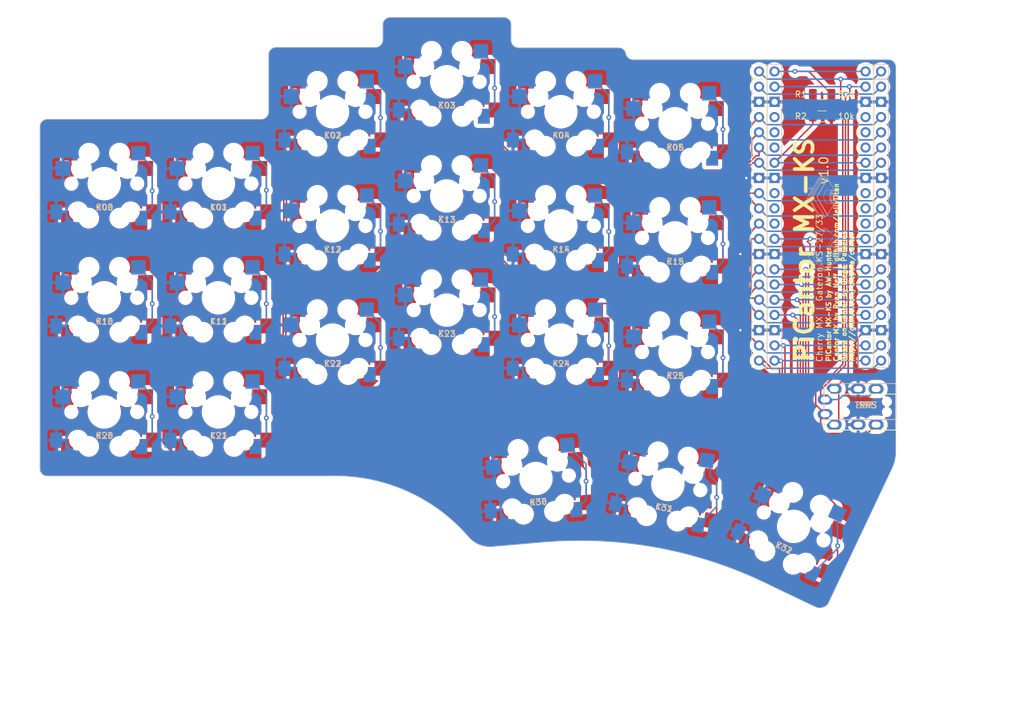
<source format=kicad_pcb>
(kicad_pcb (version 20240108) (generator "pcbnew") (generator_version "8.0")
  (title_block (title "PiCantor MX-KS") (date "2024-03-10") (rev "rev1.0") (comment 1 "Based on Cantor MX by Ryan Neff https://github.com/JellyTitan") (comment 2 "Cantor by Diego Palacios https://github.com/diepala/cantor") (comment 3 "Supports Cherry MX Switches, as well as Gateron KS-27/33") (comment 4 "PiCantor MX-KS by AW-Hunter"))
  (layers (0 "F.Cu" signal) (31 "B.Cu" signal) (34 "B.Paste" user) (35 "F.Paste" user) (36 "B.SilkS" user "B.Silkscreen") (37 "F.SilkS" user "F.Silkscreen") (38 "B.Mask" user) (39 "F.Mask" user) (44 "Edge.Cuts" user))
  (net 0 "")
  (net 1 "GND")
  (net 2 "/TX")
  (net 3 "/RX")
  (net 4 "/k00")
  (net 5 "/k01")
  (net 6 "/k02")
  (net 7 "/k03")
  (net 8 "/k04")
  (net 9 "/k05")
  (net 10 "/k10")
  (net 11 "/k11")
  (net 12 "/k12")
  (net 13 "/k13")
  (net 14 "/k14")
  (net 15 "/k15")
  (net 16 "/k20")
  (net 17 "/k21")
  (net 18 "/k22")
  (net 19 "/k23")
  (net 20 "/k24")
  (net 21 "/k25")
  (net 22 "/k30")
  (net 23 "/k31")
  (net 24 "/k32")
  (net 25 "VCC")
  (net 26 "VBUS_SENSE")
  (net 27 "VBUS")
  (footprint "Cantor_MX:CherryMX_Gateron KS" (layer "F.Cu") (at 164 98.1)
    (property "Reference" "K25" (hide yes))
    (property "Value" "KEYSW" (hide yes))
  )
  (footprint "Cantor_MX:CherryMX_Gateron KS" (layer "F.Cu") (at 144.95 96.1)
    (property "Reference" "K24" (hide yes))
    (property "Value" "KEYSW" (hide yes))
  )
  (footprint "Cantor_MX:CherryMX_Gateron KS" (layer "F.Cu") (at 87.8 108.1)
    (property "Reference" "K21" (hide yes))
    (property "Value" "KEYSW" (hide yes))
  )
  (footprint "Cantor_MX:CherryMX_Gateron KS" (layer "F.Cu") (at 106.85 58)
    (property "Reference" "K02" (hide yes))
    (property "Value" "KEYSW" (hide yes))
  )
  (footprint "Resistor_SMD:R_1206_3216Metric_Pad1.30x1.75mm_HandSolder" (layer "F.Cu") (at 188.55 55.05 180)
    (property "Reference" "R1")
    (property "Value" "5k6")
  )
  (footprint "Cantor_MX:CherryMX_Gateron KS" (layer "F.Cu") (at 68.75 89.05)
    (property "Reference" "K10" (hide yes))
    (property "Value" "KEYSW" (hide yes))
  )
  (footprint "Cantor_MX:CherryMX_Gateron KS" (layer "F.Cu") (at 144.95 58)
    (property "Reference" "K04" (hide yes))
    (property "Value" "KEYSW" (hide yes))
  )
  (footprint "Cantor_MX:CherryMX_Gateron KS" (layer "F.Cu") (at 106.85 77.05)
    (property "Reference" "K12" (hide yes))
    (property "Value" "KEYSW" (hide yes))
  )
  (footprint "Cantor_MX:CherryMX_Gateron KS" (layer "F.Cu") (at 140.8 119.2 5)
    (property "Reference" "K30" (hide yes))
    (property "Value" "KEYSW" (hide yes))
  )
  (footprint "Cantor_MX:CherryMX_Gateron KS" (layer "F.Cu") (at 87.8 70)
    (property "Reference" "K01" (hide yes))
    (property "Value" "KEYSW" (hide yes))
  )
  (footprint "Cantor_MX:CherryMX_Gateron KS" (layer "F.Cu") (at 144.95 77.05)
    (property "Reference" "K14" (hide yes))
    (property "Value" "KEYSW" (hide yes))
  )
  (footprint "Cantor_MX:CherryMX_Gateron KS" (layer "F.Cu") (at 125.9 91.1)
    (property "Reference" "K23" (hide yes))
    (property "Value" "KEYSW" (hide yes))
  )
  (footprint "Cantor_MX:CherryMX_Gateron KS" (layer "F.Cu") (at 125.9 53)
    (property "Reference" "K03" (hide yes))
    (property "Value" "KEYSW" (hide yes))
  )
  (footprint "Resistor_SMD:R_1206_3216Metric_Pad1.30x1.75mm_HandSolder" (layer "F.Cu") (at 188.55 58.7584)
    (property "Reference" "R2")
    (property "Value" "10k")
  )
  (footprint "Cantor_MX:CherryMX_Gateron KS" (layer "F.Cu") (at 106.85 96.1)
    (property "Reference" "K22" (hide yes))
    (property "Value" "KEYSW" (hide yes))
  )
  (footprint "Cantor_MX:MJ-4PP-9_Cantor_MX_TX-RX_Crossover" (layer "F.Cu") (at 200.86 108.12 -90)
    (property "Reference" "J1" (hide yes))
    (property "Value" "TRRS" (hide yes))
  )
  (footprint "Cantor_MX:CherryMX_Gateron KS" (layer "F.Cu") (at 164 79.05)
    (property "Reference" "K15" (hide yes))
    (property "Value" "KEYSW" (hide yes))
  )
  (footprint "Cantor_MX:CherryMX_Gateron KS" (layer "F.Cu") (at 183.8 127.2 -25)
    (property "Reference" "K32" (hide yes))
    (property "Value" "KEYSW" (hide yes))
  )
  (footprint "Cantor_MX:CherryMX_Gateron KS" (layer "F.Cu") (at 87.8 89.05)
    (property "Reference" "K11" (hide yes))
    (property "Value" "KEYSW" (hide yes))
  )
  (footprint "Cantor_MX:Cantor_DS_YAAJ_WeAct_BlackPill_2" (layer "F.Cu") (at 188.3 75.31)
    (property "Reference" "U1" (hide yes))
    (property "Value" "YAAJ_WeAct_BlackPill_Part_Like" (hide yes))
  )
  (footprint "Cantor_MX:CherryMX_Gateron KS" (layer "F.Cu") (at 164 60)
    (property "Reference" "K05" (hide yes))
    (property "Value" "KEYSW" (hide yes))
  )
  (footprint "Cantor_MX:CherryMX_Gateron KS" (layer "F.Cu") (at 68.75 108.1)
    (property "Reference" "K20" (hide yes))
    (property "Value" "KEYSW" (hide yes))
  )
  (footprint "Cantor_MX:CherryMX_Gateron KS" (layer "F.Cu") (at 125.9 72.05)
    (property "Reference" "K13" (hide yes))
    (property "Value" "KEYSW" (hide yes))
  )
  (footprint "Cantor_MX:CherryMX_Gateron KS" (layer "F.Cu") (at 68.75 70)
    (property "Reference" "K00" (hide yes))
    (property "Value" "KEYSW" (hide yes))
  )
  (footprint "Cantor_MX:CherryMX_Gateron KS" (layer "F.Cu") (at 162.8 120.2 -10)
    (property "Reference" "K31" (hide yes))
    (property "Value" "KEYSW" (hide yes))
  )
  (footprint "Cantor_MX:Cantor MX logo 3-switches ortho" (layer "B.Cu") (at 189.253002 76.596379 90)
    (property "Reference" "G***" (hide yes))
    (property "Value" "Cantor MX logo 3-switches ortho" (hide yes))
  )
  (gr_line (start 199.585968 52.540701) (end 197.242365 52.539084) (stroke (width 0.15)) (layer "B.SilkS"))
  (gr_line (start 176.837556 52.547263) (end 179.185606 52.547263) (stroke (width 0.15)) (layer "F.SilkS"))
  (gr_arc (start 115.222992 46.006896) (mid 114.863117 46.877496) (end 113.993561 47.239887) (stroke (width 0.1)) (layer "Edge.Cuts"))
  (gr_line (start 79.501552 118.8) (end 106.5 118.8) (stroke (width 0.1)) (layer "Edge.Cuts"))
  (gr_line (start 189.53 140.16) (end 200.148728 117.713239) (stroke (width 0.1)) (layer "Edge.Cuts"))
  (gr_arc (start 133.51 130.59) (mid 131.436923 130.294624) (end 129.69 129.14) (stroke (width 0.1)) (layer "Edge.Cuts"))
  (gr_arc (start 157.01 49.290001) (mid 156.221933 49.004319) (end 155.800001 48.28) (stroke (width 0.1)) (layer "Edge.Cuts"))
  (gr_line (start 79.491637 59.242178) (end 94.935626 59.242178) (stroke (width 0.1)) (layer "Edge.Cuts"))
  (gr_line (start 199.57 49.29) (end 157.01 49.29) (stroke (width 0.1)) (layer "Edge.Cuts"))
  (gr_line (start 115.226552 43.48) (end 115.226552 46.006896) (stroke (width 0.1)) (layer "Edge.Cuts"))
  (gr_line (start 116.463104 42.243448) (end 135.43 42.243448) (stroke (width 0.1)) (layer "Edge.Cuts"))
  (gr_line (start 137.903104 47.3) (end 154.59 47.3) (stroke (width 0.1)) (layer "Edge.Cuts"))
  (gr_arc (start 199.57 49.29) (mid 200.482631 49.638814) (end 200.86 50.54) (stroke (width 0.1)) (layer "Edge.Cuts"))
  (gr_line (start 97.42 47.243448) (end 114 47.243448) (stroke (width 0.1)) (layer "Edge.Cuts"))
  (gr_arc (start 200.86 114.89) (mid 200.666067 116.342358) (end 200.148728 117.713239) (stroke (width 0.1)) (layer "Edge.Cuts"))
  (gr_arc (start 96.170001 48.5) (mid 96.529747 47.607815) (end 97.419999 47.243312) (stroke (width 0.1)) (layer "Edge.Cuts"))
  (gr_line (start 136.666552 43.48) (end 136.666552 46.07) (stroke (width 0.1)) (layer "Edge.Cuts"))
  (gr_line (start 141.84 129.87) (end 133.51 130.59) (stroke (width 0.1)) (layer "Edge.Cuts"))
  (gr_line (start 179.81 137.01) (end 187.513868 140.691488) (stroke (width 0.1)) (layer "Edge.Cuts"))
  (gr_arc (start 59.23 118.8) (mid 58.363332 118.447198) (end 58.003448 117.583448) (stroke (width 0.1)) (layer "Edge.Cuts"))
  (gr_arc (start 154.59 47.3) (mid 155.368546 47.575724) (end 155.8 48.28) (stroke (width 0.1)) (layer "Edge.Cuts"))
  (gr_arc (start 58.003448 60.48) (mid 58.365626 59.605626) (end 59.24 59.243448) (stroke (width 0.1)) (layer "Edge.Cuts"))
  (gr_arc (start 96.172178 58.005626) (mid 95.80998 58.87998) (end 94.935626 59.242178) (stroke (width 0.1)) (layer "Edge.Cuts"))
  (gr_line (start 59.24 59.243448) (end 79.5 59.243448) (stroke (width 0.1)) (layer "Edge.Cuts"))
  (gr_arc (start 137.903104 47.3) (mid 137.029127 46.942063) (end 136.666552 46.07) (stroke (width 0.1)) (layer "Edge.Cuts"))
  (gr_arc (start 115.226552 43.48) (mid 115.58873 42.605626) (end 116.463104 42.243448) (stroke (width 0.1)) (layer "Edge.Cuts"))
  (gr_line (start 96.172178 48.5) (end 96.172178 58) (stroke (width 0.1)) (layer "Edge.Cuts"))
  (gr_arc (start 106.5 118.8) (mid 119.270078 121.334598) (end 129.69 129.14) (stroke (width 0.1)) (layer "Edge.Cuts"))
  (gr_arc (start 135.43 42.243448) (mid 136.304374 42.605626) (end 136.666552 43.48) (stroke (width 0.1)) (layer "Edge.Cuts"))
  (gr_line (start 79.5 118.8) (end 59.23 118.8) (stroke (width 0.1)) (layer "Edge.Cuts"))
  (gr_line (start 200.86 114.89) (end 200.86 50.54) (stroke (width 0.1)) (layer "Edge.Cuts"))
  (gr_arc (start 189.53 140.16) (mid 188.605921 140.739577) (end 187.513868 140.691488) (stroke (width 0.1)) (layer "Edge.Cuts"))
  (gr_line (start 58.003448 117.583448) (end 58.003448 60.48) (stroke (width 0.1)) (layer "Edge.Cuts"))
  (gr_arc (start 141.84 129.87) (mid 161.316748 130.824921) (end 179.81 137.01) (stroke (width 0.1)) (layer "Edge.Cuts"))
  (gr_text "TRRS" (at 197.9 107.55 0) (layer "B.SilkS") (effects (font (size 1 1)) (justify left bottom mirror)))
  (gr_text "PiCantor MX-KS by AW-Hunter\nCantor MX by Ryan Neff | github.com/JellyTitan\nBased on Cantor by Diego Palacios \nhttps://github.com/diepala/cantor" (at 189.17 99.78 90) (layer "F.SilkS") (effects (font (size 0.8 0.8) (thickness 0.1875)) (justify left top)))
  (gr_text "PiCantor MX-KS\n" (at 185.6 100.1 90) (layer "F.SilkS") (effects (font (size 3 3) (thickness 0.6) (bold yes)) (justify left)))
  (gr_text "v1.0" (at 189.7 70.25 90) (layer "F.SilkS") (effects (font (size 1.5 1.5) (thickness 0.1875)) (justify left bottom)))
  (gr_text "TRRS" (at 193.9 107.55 -0) (layer "F.SilkS") (effects (font (size 1 1)) (justify left bottom)))
  (gr_text "Cherry MX | Gateron KS-27/33" (at 187.52 99.82 90) (layer "F.SilkS") (effects (font (size 1 1) (thickness 0.125)) (justify left top)))
  (segment (start 175.9 69.05) (end 178.02 69.05) (width 0.25) (layer "F.Cu") (net 1))
  (segment (start 194.56 104.27) (end 194.56 110.22) (width 0.25) (layer "F.Cu") (net 1))
  (segment (start 194.56 95.69) (end 194.56 104.27) (width 0.25) (layer "F.Cu") (net 1))
  (segment (start 195.8 94.45) (end 194.56 95.69) (width 0.25) (layer "F.Cu") (net 1))
  (via (at 174.9 81.75) (size 0.8) (drill 0.4) (layers "F.Cu" "B.Cu") (net 1))
  (via (at 175.9 69.05) (size 0.8) (drill 0.4) (layers "F.Cu" "B.Cu") (net 1))
  (via (at 174.9 94.45) (size 0.8) (drill 0.4) (layers "F.Cu" "B.Cu") (net 1))
  (segment (start 198.39 81.75023) (end 195.80023 81.75023) (width 0.25) (layer "B.Cu") (net 1))
  (segment (start 195.95 69.05) (end 195.95023 69.05023) (width 0.25) (layer "B.Cu") (net 1))
  (segment (start 180.60977 94.45) (end 180.61 94.45023) (width 0.25) (layer "B.Cu") (net 1))
  (segment (start 180.60977 81.75) (end 180.61 81.75023) (width 0.25) (layer "B.Cu") (net 1))
  (segment (start 195.79977 69.05023) (end 195.8 69.05) (width 0.25) (layer "B.Cu") (net 1))
  (segment (start 195.79977 56.35023) (end 195.8 56.35) (width 0.25) (layer "B.Cu") (net 1))
  (segment (start 178.02 56.35) (end 180.60977 56.35) (width 0.25) (layer "B.Cu") (net 1))
  (segment (start 195.80023 81.75023) (end 195.8 81.75) (width 0.25) (layer "B.Cu") (net 1))
  (segment (start 178.02 81.75) (end 174.9 81.75) (width 0.25) (layer "B.Cu") (net 1))
  (segment (start 180.61 69.05023) (end 195.79977 69.05023) (width 0.25) (layer "B.Cu") (net 1))
  (segment (start 198.38977 94.45) (end 198.39 94.45023) (width 0.25) (layer "B.Cu") (net 1))
  (segment (start 195.79977 94.45023) (end 195.8 94.45) (width 0.25) (layer "B.Cu") (net 1))
  (segment (start 198.38977 56.35) (end 198.39 56.35023) (width 0.25) (layer "B.Cu") (net 1))
  (segment (start 195.79977 81.75023) (end 195.8 81.75) (width 0.25) (layer "B.Cu") (net 1))
  (segment (start 174.9 94.45) (end 175.6 94.45) (width 0.25) (layer "B.Cu") (net 1))
  (segment (start 195.95023 69.05023) (end 198.39 69.05023) (width 0.25) (layer "B.Cu") (net 1))
  (segment (start 180.60977 69.05) (end 180.61 69.05023) (width 0.25) (layer "B.Cu") (net 1))
  (segment (start 180.61 94.45023) (end 195.79977 94.45023) (width 0.25) (layer "B.Cu") (net 1))
  (segment (start 178.02 69.05) (end 180.60977 69.05) (width 0.25) (layer "B.Cu") (net 1))
  (segment (start 195.8 94.45) (end 198.38977 94.45) (width 0.25) (layer "B.Cu") (net 1))
  (segment (start 180.60977 56.35) (end 180.61 56.35023) (width 0.25) (layer "B.Cu") (net 1))
  (segment (start 180.61 56.35023) (end 195.79977 56.35023) (width 0.25) (layer "B.Cu") (net 1))
  (segment (start 195.8 69.05) (end 195.95 69.05) (width 0.25) (layer "B.Cu") (net 1))
  (segment (start 178.02 81.75) (end 180.60977 81.75) (width 0.25) (layer "B.Cu") (net 1))
  (segment (start 178.02 94.45) (end 180.60977 94.45) (width 0.25) (layer "B.Cu") (net 1))
  (segment (start 180.61 81.75023) (end 195.79977 81.75023) (width 0.25) (layer "B.Cu") (net 1))
  (segment (start 195.8 56.35) (end 198.38977 56.35) (width 0.25) (layer "B.Cu") (net 1))
  (segment (start 174.9 94.45) (end 178.02 94.45) (width 0.25) (layer "B.Cu") (net 1))
  (segment (start 188.296865 109.233135) (end 188.296865 111.646865) (width 0.25) (layer "F.Cu") (net 2))
  (segment (start 187.485 104.628604) (end 187.485 106.895) (width 0.25) (layer "F.Cu") (net 2))
  (segment (start 191.65 58) (end 192 58.35) (width 0.25) (layer "F.Cu") (net 2))
  (segment (start 196.08 111.7) (end 197.56 110.22) (width 0.25) (layer "F.Cu") (net 2))
  (segment (start 191.863604 100.25) (end 187.485 104.628604) (width 0.25) (layer "F.Cu") (net 2))
  (segment (start 187.485 106.895) (end 189.06 108.47) (width 0.25) (layer "F.Cu") (net 2))
  (segment (start 189.06 108.47) (end 188.296865 109.233135) (width 0.25) (layer "F.Cu") (net 2))
  (segment (start 192 100.113604) (end 191.863604 100.25) (width 0.25) (layer "F.Cu") (net 2))
  (segment (start 188.35 111.7) (end 196.08 111.7) (width 0.25) (layer "F.Cu") (net 2))
  (segment (start 191.65 52.55) (end 191.65 58) (width 0.25) (layer "F.Cu") (net 2))
  (segment (start 188.296865 111.646865) (end 188.35 111.7) (width 0.25) (layer "F.Cu") (net 2))
  (segment (start 192 58.35) (end 192 100.113604) (width 0.25) (layer "F.Cu") (net 2))
  (via (at 191.65 52.55) (size 0.8) (drill 0.4) (layers "F.Cu" "B.Cu") (net 2))
  (segment (start 191.65 52.55) (end 197.11023 52.55) (width 0.25) (layer "B.Cu") (net 2))
  (segment (start 178.02 51.27) (end 179.3 52.55) (width 0.25) (layer "B.Cu") (net 2))
  (segment (start 197.11023 52.55) (end 198.39 51.27023) (width 0.25) (layer "B.Cu") (net 2))
  (segment (start 179.3 52.55) (end 191.65 52.55) (width 0.25) (layer "B.Cu") (net 2))
  (segment (start 188.296865 105.256865) (end 189.06 106.02) (width 0.25) (layer "F.Cu") (net 3))
  (segment (start 188.296865 104.453135) (end 188.296865 105.256865) (width 0.25) (layer "F.Cu") (net 3))
  (segment (start 192.45 55.05) (end 192.45 100.3) (width 0.25) (layer "F.Cu") (net 3))
  (segment (start 192.45 100.3) (end 188.296865 104.453135) (width 0.25) (layer "F.Cu") (net 3))
  (via (at 192.45 55.05) (size 0.8) (drill 0.4) (layers "F.Cu" "B.Cu") (net 3))
  (segment (start 192.45 55.05) (end 179.26 55.05) (width 0.25) (layer "B.Cu") (net 3))
  (segment (start 189.06 106.02) (end 191.331142 106.02) (width 0.25) (layer "B.Cu") (net 3))
  (segment (start 191.956142 105.395) (end 192.763858 105.395) (width 0.25) (layer "B.Cu") (net 3))
  (segment (start 192.763858 105.395) (end 192.813858 105.445) (width 0.25) (layer "B.Cu") (net 3))
  (segment (start 192.813858 105.445) (end 196.385 105.445) (width 0.25) (layer "B.Cu") (net 3))
  (segment (start 192.45 55.05) (end 197.15023 55.05) (width 0.25) (layer "B.Cu") (net 3))
  (segment (start 179.26 55.05) (end 178.02 53.81) (width 0.25) (layer "B.Cu") (net 3))
  (segment (start 197.15023 55.05) (end 198.39 53.81023) (width 0.25) (layer "B.Cu") (net 3))
  (segment (start 191.331142 106.02) (end 191.956142 105.395) (width 0.25) (layer "B.Cu") (net 3))
  (segment (start 196.385 105.445) (end 197.56 104.27) (width 0.25) (layer "B.Cu") (net 3))
  (segment (start 137.690812 67.95) (end 131.790812 62.05) (width 0.25) (layer "F.Cu") (net 4))
  (segment (start 178.02 74.13) (end 173.44 69.55) (width 0.25) (layer "F.Cu") (net 4))
  (segment (start 99.15 67.909999) (end 99.15 79.15) (width 0.25) (layer "F.Cu") (net 4))
  (segment (start 120.086396 62.05) (end 114.226397 67.909999) (width 0.25) (layer "F.Cu") (net 4))
  (segment (start 76.75 71.2) (end 76.75 68.559999) (width 0.25) (layer "F.Cu") (net 4))
  (segment (start 173.44 69.55) (end 152.204416 69.55) (width 0.25) (layer "F.Cu") (net 4))
  (segment (start 76.75 74.7) (end 76.75 71.2) (width 0.25) (layer "F.Cu") (net 4))
  (segment (start 76.75 79.149403) (end 76.75 74.7) (width 0.25) (layer "F.Cu") (net 4))
  (segment (start 76.749403 79.15) (end 76.75 79.149403) (width 0.25) (layer "F.Cu") (net 4))
  (segment (start 99.15 79.15) (end 76.749403 79.15) (width 0.25) (layer "F.Cu") (net 4))
  (segment (start 150.604416 67.95) (end 137.690812 67.95) (width 0.25) (layer "F.Cu") (net 4))
  (segment (start 76.75 68.559999) (end 75.65 67.459999) (width 0.25) (layer "F.Cu") (net 4))
  (segment (start 152.204416 69.55) (end 150.604416 67.95) (width 0.25) (layer "F.Cu") (net 4))
  (segment (start 114.226397 67.909999) (end 99.15 67.909999) (width 0.25) (layer "F.Cu") (net 4))
  (segment (start 131.790812 62.05) (end 120.086396 62.05) (width 0.25) (layer "F.Cu") (net 4))
  (via (at 76.75 71.2) (size 0.8) (drill 0.4) (layers "F.Cu" "B.Cu") (net 4))
  (segment (start 179.29 75.4) (end 197.12023 75.4) (width 0.25) (layer "B.Cu") (net 4))
  (segment (start 76.75 73.95) (end 74.95 75.75) (width 0.25) (layer "B.Cu") (net 4))
  (segment (start 76.75 67.22) (end 74.45 64.92) (width 0.25) (layer "B.Cu") (net 4))
  (segment (start 76.75 71.2) (end 76.75 67.22) (width 0.25) (layer "B.Cu") (net 4))
  (segment (start 178.02 74.13) (end 179.29 75.4) (width 0.25) (layer "B.Cu") (net 4))
  (segment (start 76.75 71.2) (end 76.75 73.95) (width 0.25) (layer "B.Cu") (net 4))
  (segment (start 198.39 74.13023) (end 197.12023 75.4) (width 0.25) (layer "B.Cu") (net 4))
  (segment (start 98.7 67.45) (end 98.7 78.7) (width 0.25) (layer "F.Cu") (net 5))
  (segment (start 95.8 71.1) (end 95.8 68.559999) (width 0.25) (layer "F.Cu") (net 5))
  (segment (start 176.14 71.59) (end 173.65 69.1) (width 0.25) (layer "F.Cu") (net 5))
  (segment (start 114.040001 67.459999) (end 98.709999 67.459999) (width 0.25) (layer "F.Cu") (net 5))
  (segment (start 95.8 68.559999) (end 94.7 67.459999) (width 0.25) (layer "F.Cu") (net 5))
  (segment (start 173.65 69.1) (end 152.390812 69.1) (width 0.25) (layer "F.Cu") (net 5))
  (segment (start 119.9 61.6) (end 114.040001 67.459999) (width 0.25) (layer "F.Cu") (net 5))
  (segment (start 178.02 71.59) (end 176.14 71.59) (width 0.25) (layer "F.Cu") (net 5))
  (segment (start 137.877208 67.5) (end 131.977208 61.6) (width 0.25) (layer "F.Cu") (net 5))
  (segment (start 95.8 74.7) (end 95.8 71.1) (width 0.25) (layer "F.Cu") (net 5))
  (segment (start 98.7 78.7) (end 95.8 78.7) (width 0.25) (layer "F.Cu") (net 5))
  (segment (start 98.709999 67.459999) (end 98.7 67.45) (width 0.25) (layer "F.Cu") (net 5))
  (segment (start 152.390812 69.1) (end 150.790812 67.5) (width 0.25) (layer "F.Cu") (net 5))
  (segment (start 150.790812 67.5) (end 137.877208 67.5) (width 0.25) (layer "F.Cu") (net 5))
  (segment (start 131.977208 61.6) (end 119.9 61.6) (width 0.25) (layer "F.Cu") (net 5))
  (segment (start 95.8 78.7) (end 95.8 74.7) (width 0.25) (layer "F.Cu") (net 5))
  (via (at 95.8 71.1) (size 0.8) (drill 0.4) (layers "F.Cu" "B.Cu") (net 5))
  (segment (start 178.02 71.59) (end 179.28 72.85) (width 0.25) (layer "B.Cu") (net 5))
  (segment (start 95.8 67.22) (end 93.5 64.92) (width 0.25) (layer "B.Cu") (net 5))
  (segment (start 95.8 71.1) (end 95.8 73.95) (width 0.25) (layer "B.Cu") (net 5))
  (segment (start 95.8 73.95) (end 94 75.75) (width 0.25) (layer "B.Cu") (net 5))
  (segment (start 95.8 71.1) (end 95.8 67.22) (width 0.25) (layer "B.Cu") (net 5))
  (segment (start 179.28 72.85) (end 197.13023 72.85) (width 0.25) (layer "B.Cu") (net 5))
  (segment (start 197.13023 72.85) (end 198.39 71.59023) (width 0.25) (layer "B.Cu") (net 5))
  (segment (start 114.85 59) (end 114.85 56.559999) (width 0.25) (layer "F.Cu") (net 6))
  (segment (start 119.713604 61.15) (end 118.163604 62.7) (width 0.25) (layer "F.Cu") (net 6))
  (segment (start 176.994695 66.51) (end 174.854695 68.65) (width 0.25) (layer "F.Cu") (net 6))
  (segment (start 114.85 56.559999) (end 113.75 55.459999) (width 0.25) (layer "F.Cu") (net 6))
  (segment (start 152.577208 68.65) (end 150.977208 67.05) (width 0.25) (layer "F.Cu") (net 6))
  (segment (start 132.163604 61.15) (end 119.713604 61.15) (width 0.25) (layer "F.Cu") (net 6))
  (segment (start 174.854695 68.65) (end 152.577208 68.65) (width 0.25) (layer "F.Cu") (net 6))
  (segment (start 118.163604 62.7) (end 114.85 62.7) (width 0.25) (layer "F.Cu") (net 6))
  (segment (start 114.85 62.7) (end 114.85 59) (width 0.25) (layer "F.Cu") (net 6))
  (segment (start 150.977208 67.05) (end 138.063604 67.05) (width 0.25) (layer "F.Cu") (net 6))
  (segment (start 178.02 66.51) (end 176.994695 66.51) (width 0.25) (layer "F.Cu") (net 6))
  (segment (start 138.063604 67.05) (end 132.163604 61.15) (width 0.25) (layer "F.Cu") (net 6))
  (via (at 114.85 59) (size 0.8) (drill 0.4) (layers "F.Cu" "B.Cu") (net 6))
  (segment (start 179.26 67.75) (end 197.15023 67.75) (width 0.25) (layer "B.Cu") (net 6))
  (segment (start 178.02 66.51) (end 179.26 67.75) (width 0.25) (layer "B.Cu") (net 6))
  (segment (start 114.85 59) (end 114.85 55.22) (width 0.25) (layer "B.Cu") (net 6))
  (segment (start 114.85 61.95) (end 113.05 63.75) (width 0.25) (layer "B.Cu") (net 6))
  (segment (start 197.15023 67.75) (end 198.39 66.51023) (width 0.25) (layer "B.Cu") (net 6))
  (segment (start 114.85 59) (end 114.85 61.95) (width 0.25) (layer "B.Cu") (net 6))
  (segment (start 114.85 55.22) (end 112.55 52.92) (width 0.25) (layer "B.Cu") (net 6))
  (segment (start 152.763604 68.2) (end 151.163604 66.6) (width 0.25) (layer "F.Cu") (net 7))
  (segment (start 133.9 57.7) (end 133.9 54.05) (width 0.25) (layer "F.Cu") (net 7))
  (segment (start 138.25 66.6) (end 133.9 62.25) (width 0.25) (layer "F.Cu") (net 7))
  (segment (start 133.9 51.559999) (end 132.8 50.459999) (width 0.25) (layer "F.Cu") (net 7))
  (segment (start 174.668299 68.2) (end 152.763604 68.2) (width 0.25) (layer "F.Cu") (net 7))
  (segment (start 133.9 62.25) (end 133.9 57.7) (width 0.25) (layer "F.Cu") (net 7))
  (segment (start 151.163604 66.6) (end 138.25 66.6) (width 0.25) (layer "F.Cu") (net 7))
  (segment (start 133.9 54.05) (end 133.9 51.559999) (width 0.25) (layer "F.Cu") (net 7))
  (segment (start 178.02 63.97) (end 178.02 65.335) (width 0.25) (layer "F.Cu") (net 7))
  (segment (start 178.02 65.335) (end 177.533299 65.335) (width 0.25) (layer "F.Cu") (net 7))
  (segment (start 177.533299 65.335) (end 174.668299 68.2) (width 0.25) (layer "F.Cu") (net 7))
  (via (at 133.9 54.05) (size 0.8) (drill 0.4) (layers "F.Cu" "B.Cu") (net 7))
  (segment (start 133.9 50.22) (end 131.6 47.92) (width 0.25) (layer "B.Cu") (net 7))
  (segment (start 179.3 65.25) (end 197.11023 65.25) (width 0.25) (layer "B.Cu") (net 7))
  (segment (start 178.02 63.97) (end 179.3 65.25) (width 0.25) (layer "B.Cu") (net 7))
  (segment (start 133.9 54.05) (end 133.9 56.95) (width 0.25) (layer "B.Cu") (net 7))
  (segment (start 133.9 56.95) (end 132.1 58.75) (width 0.25) (layer "B.Cu") (net 7))
  (segment (start 197.11023 65.25) (end 198.39 63.97023) (width 0.25) (layer "B.Cu") (net 7))
  (segment (start 133.9 54.05) (end 133.9 50.22) (width 0.25) (layer "B.Cu") (net 7))
  (segment (start 176.8 65.431903) (end 174.481903 67.75) (width 0.25) (layer "F.Cu") (net 8))
  (segment (start 152.95 58.95) (end 152.95 62.7) (width 0.25) (layer "F.Cu") (net 8))
  (segment (start 152.95 58.95) (end 152.95 56.559999) (width 0.25) (layer "F.Cu") (net 8))
  (segment (start 152.95 67.75) (end 152.95 62.7) (width 0.25) (layer "F.Cu") (net 8))
  (segment (start 174.481903 67.75) (end 152.95 67.75) (width 0.25) (layer "F.Cu") (net 8))
  (segment (start 178.02 61.43) (end 176.8 62.65) (width 0.25) (layer "F.Cu") (net 8))
  (segment (start 176.8 62.65) (end 176.8 65.431903) (width 0.25) (layer "F.Cu") (net 8))
  (segment (start 152.95 56.559999) (end 151.85 55.459999) (width 0.25) (layer "F.Cu") (net 8))
  (via (at 152.95 58.95) (size 0.8) (drill 0.4) (layers "F.Cu" "B.Cu") (net 8))
  (segment (start 152.95 58.95) (end 152.95 61.95) (width 0.25) (layer "B.Cu") (net 8))
  (segment (start 179.29 62.7) (end 197.12023 62.7) (width 0.25) (layer "B.Cu") (net 8))
  (segment (start 178.02 61.43) (end 179.29 62.7) (width 0.25) (layer "B.Cu") (net 8))
  (segment (start 152.95 61.95) (end 151.15 63.75) (width 0.25) (layer "B.Cu") (net 8))
  (segment (start 152.95 58.95) (end 152.95 55.22) (width 0.25) (layer "B.Cu") (net 8))
  (segment (start 197.12023 62.7) (end 198.39 61.43023) (width 0.25) (layer "B.Cu") (net 8))
  (segment (start 152.95 55.22) (end 150.65 52.92) (width 0.25) (layer "B.Cu") (net 8))
  (segment (start 172 60.95) (end 172 58.559999) (width 0.25) (layer "F.Cu") (net 9))
  (segment (start 172 64.7) (end 172 67.3) (width 0.25) (layer "F.Cu") (net 9))
  (segment (start 172 67.3) (end 174.295507 67.3) (width 0.25) (layer "F.Cu") (net 9))
  (segment (start 172 64.7) (end 172 60.95) (width 0.25) (layer "F.Cu") (net 9))
  (segment (start 172 64.7) (end 172.7 64) (width 0.25) (layer "F.Cu") (net 9))
  (segment (start 176.35 65.245507) (end 176.35 60.56) (width 0.25) (layer "F.Cu") (net 9))
  (segment (start 174.295507 67.3) (end 176.35 65.245507) (width 0.25) (layer "F.Cu") (net 9))
  (segment (start 172 58.559999) (end 170.9 57.459999) (width 0.25) (layer "F.Cu") (net 9))
  (segment (start 176.35 60.56) (end 178.02 58.89) (width 0.25) (layer "F.Cu") (net 9))
  (via (at 172 60.95) (size 0.8) (drill 0.4) (layers "F.Cu" "B.Cu") (net 9))
  (segment (start 178.02 58.89) (end 179.28 60.15) (width 0.25) (layer "B.Cu") (net 9))
  (segment (start 172 63.95) (end 170.2 65.75) (width 0.25) (layer "B.Cu") (net 9))
  (segment (start 172 60.95) (end 172 57.22) (width 0.25) (layer "B.Cu") (net 9))
  (segment (start 172 60.95) (end 172 63.95) (width 0.25) (layer "B.Cu") (net 9))
  (segment (start 179.28 60.15) (end 197.13023 60.15) (width 0.25) (layer "B.Cu") (net 9))
  (segment (start 172 57.22) (end 169.7 54.92) (width 0.25) (layer "B.Cu") (net 9))
  (segment (start 197.13023 60.15) (end 198.39 58.89023) (width 0.25) (layer "B.Cu") (net 9))
  (segment (start 99.05 86.959999) (end 99.05 98.2) (width 0.25) (layer "F.Cu") (net 10))
  (segment (start 178.02 91.91) (end 175.66 89.55) (width 0.25) (layer "F.Cu") (net 10))
  (segment (start 137.640812 87) (end 133.290812 82.65) (width 0.25) (layer "F.Cu") (net 10))
  (segment (start 133.290812 82.65) (end 117.986396 82.65) (width 0.25) (layer "F.Cu") (net 10))
  (segment (start 76.75 87.609999) (end 75.65 86.509999) (width 0.25) (layer "F.Cu") (net 10))
  (segment (start 113.676397 86.959999) (end 99.05 86.959999) (width 0.25) (layer "F.Cu") (net 10))
  (segment (start 150.354416 87) (end 137.640812 87) (width 0.25) (layer "F.Cu") (net 10))
  (segment (start 99.05 98.2) (end 77.65 98.2) (width 0.25) (layer "F.Cu") (net 10))
  (segment (start 77.65 98.2) (end 76.75 97.3) (width 0.25) (layer "F.Cu") (net 10))
  (segment (start 117.986396 82.65) (end 113.676397 86.959999) (width 0.25) (layer "F.Cu") (net 10))
  (segment (start 152.904416 89.55) (end 150.354416 87) (width 0.25) (layer "F.Cu") (net 10))
  (segment (start 76.75 90.05) (end 76.75 87.609999) (width 0.25) (layer "F.Cu") (net 10))
  (segment (start 175.66 89.55) (end 152.904416 89.55) (width 0.25) (layer "F.Cu") (net 10))
  (segment (start 76.75 93.75) (end 76.75 90.05) (width 0.25) (layer "F.Cu") (net 10))
  (segment (start 76.75 97.3) (end 76.75 93.75) (width 0.25) (layer "F.Cu") (net 10))
  (via (at 76.75 90.05) (size 0.8) (drill 0.4) (layers "F.Cu" "B.Cu") (net 10))
  (segment (start 178.02 91.91) (end 179.31 93.2) (width 0.25) (layer "B.Cu") (net 10))
  (segment (start 197.10023 93.2) (end 198.39 91.91023) (width 0.25) (layer "B.Cu") (net 10))
  (segment (start 76.75 93) (end 74.95 94.8) (width 0.25) (layer "B.Cu") (net 10))
  (segment (start 76.75 90.05) (end 76.75 86.27) (width 0.25) (layer "B.Cu") (net 10))
  (segment (start 76.75 86.27) (end 74.45 83.97) (width 0.25) (layer "B.Cu") (net 10))
  (segment (start 179.31 93.2) (end 197.10023 93.2) (width 0.25) (layer "B.Cu") (net 10))
  (segment (start 76.75 90.05) (end 76.75 93) (width 0.25) (layer "B.Cu") (net 10))
  (segment (start 95.8 87.609999) (end 94.7 86.509999) (width 0.25) (layer "F.Cu") (net 11))
  (segment (start 98.6 97.75) (end 95.8 97.75) (width 0.25) (layer "F.Cu") (net 11))
  (segment (start 98.6 86.509999) (end 98.6 97.75) (width 0.25) (layer "F.Cu") (net 11))
  (segment (start 95.8 97.75) (end 95.8 93.75) (width 0.25) (layer "F.Cu") (net 11))
  (segment (start 178.02 89.37) (end 177.75 89.1) (width 0.25) (layer "F.Cu") (net 11))
  (segment (start 113.490001 86.509999) (end 98.6 86.509999) (width 0.25) (layer "F.Cu") (net 11))
  (segment (start 95.8 90.05) (end 95.8 87.609999) (width 0.25) (layer "F.Cu") (net 11))
  (segment (start 153.090812 89.1) (end 150.540812 86.55) (width 0.25) (layer "F.Cu") (net 11))
  (segment (start 150.540812 86.55) (end 137.827208 86.55) (width 0.25) (layer "F.Cu") (net 11))
  (segment (start 133.477208 82.2) (end 117.8 82.2) (width 0.25) (layer "F.Cu") (net 11))
  (segment (start 95.8 93.75) (end 95.8 90.05) (width 0.25) (layer "F.Cu") (net 11))
  (segment (start 117.8 82.2) (end 113.490001 86.509999) (width 0.25) (layer "F.Cu") (net 11))
  (segment (start 137.827208 86.55) (end 133.477208 82.2) (width 0.25) (layer "F.Cu") (net 11))
  (segment (start 177.75 89.1) (end 153.090812 89.1) (width 0.25) (layer "F.Cu") (net 11))
  (via (at 95.8 90.05) (size 0.8) (drill 0.4) (layers "F.Cu" "B.Cu") (net 11))
  (segment (start 95.8 86.27) (end 93.5 83.97) (width 0.25) (layer "B.Cu") (net 11))
  (segment (start 197.11023 90.65) (end 198.39 89.37023) (width 0.25) (layer "B.Cu") (net 11))
  (segment (start 95.8 90.05) (end 95.8 86.27) (width 0.25) (layer "B.Cu") (net 11))
  (segment (start 95.8 93) (end 94 94.8) (width 0.25) (layer "B.Cu") (net 11))
  (segment (start 179.3 90.65) (end 197.11023 90.65) (width 0.25) (layer "B.Cu") (net 11))
  (segment (start 178.02 89.37) (end 179.3 90.65) (width 0.25) (layer "B.Cu") (net 11))
  (segment (start 95.8 90.05) (end 95.8 93) (width 0.25) (layer "B.Cu") (net 11))
  (segment (start 153.277208 88.65) (end 176.2 88.65) (width 0.25) (layer "F.Cu") (net 12))
  (segment (start 133.663604 81.75) (end 138.013604 86.1) (width 0.25) (layer "F.Cu") (net 12))
  (segment (start 114.85 81.75) (end 114.85 77.95) (width 0.25) (layer "F.Cu") (net 12))
  (segment (start 176.2 88.65) (end 178.02 86.83) (width 0.25) (layer "F.Cu") (net 12))
  (segment (start 114.85 77.95) (end 114.85 75.609999) (width 0.25) (layer "F.Cu") (net 12))
  (segment (start 150.727208 86.1) (end 153.277208 88.65) (width 0.25) (layer "F.Cu") (net 12))
  (segment (start 114.85 81.75) (end 133.663604 81.75) (width 0.25) (layer "F.Cu") (net 12))
  (segment (start 114.85 75.609999) (end 113.75 74.509999) (width 0.25) (layer "F.Cu") (net 12))
  (segment (start 138.013604 86.1) (end 150.727208 86.1) (width 0.25) (layer "F.Cu") (net 12))
  (via (at 114.85 77.95) (size 0.8) (drill 0.4) (layers "F.Cu" "B.Cu") (net 12))
  (segment (start 179.29 88.1) (end 197.12023 88.1) (width 0.25) (layer "B.Cu") (net 12))
  (segment (start 178.02 86.83) (end 179.29 88.1) (width 0.25) (layer "B.Cu") (net 12))
  (segment (start 114.85 74.27) (end 112.55 71.97) (width 0.25) (layer "B.Cu") (net 12))
  (segment (start 114.85 77.95) (end 114.85 81) (width 0.25) (layer "B.Cu") (net 12))
  (segment (start 114.85 77.95) (end 114.85 74.27) (width 0.25) (layer "B.Cu") (net 12))
  (segment (start 114.85 81) (end 113.05 82.8) (width 0.25) (layer "B.Cu") (net 12))
  (segment (start 197.12023 88.1) (end 198.39 86.83023) (width 0.25) (layer "B.Cu") (net 12))
  (segment (start 176.713604 85.596396) (end 176.713604 87.5) (width 0.25) (layer "F.Cu") (net 13))
  (segment (start 150.913604 85.65) (end 138.2 85.65) (width 0.25) (layer "F.Cu") (net 13))
  (segment (start 176.013604 88.2) (end 153.463604 88.2) (width 0.25) (layer "F.Cu") (net 13))
  (segment (start 133.9 73) (end 133.9 70.609999) (width 0.25) (layer "F.Cu") (net 13))
  (segment (start 133.9 76.75) (end 133.9 73) (width 0.25) (layer "F.Cu") (net 13))
  (segment (start 133.9 70.609999) (end 132.8 69.509999) (width 0.25) (layer "F.Cu") (net 13))
  (segment (start 153.463604 88.2) (end 150.913604 85.65) (width 0.25) (layer "F.Cu") (net 13))
  (segment (start 138.2 85.65) (end 133.9 81.35) (width 0.25) (layer "F.Cu") (net 13))
  (segment (start 133.9 81.35) (end 133.9 76.75) (width 0.25) (layer "F.Cu") (net 13))
  (segment (start 178.02 84.29) (end 176.713604 85.596396) (width 0.25) (layer "F.Cu") (net 13))
  (segment (start 176.713604 87.5) (end 176.013604 88.2) (width 0.25) (layer "F.Cu") (net 13))
  (via (at 133.9 73) (size 0.8) (drill 0.4) (layers "F.Cu" "B.Cu") (net 13))
  (segment (start 133.9 73) (end 133.9 76) (width 0.25) (layer "B.Cu") (net 13))
  (segment (start 133.9 73) (end 133.9 69.27) (width 0.25) (layer "B.Cu") (net 13))
  (segment (start 133.9 76) (end 132.1 77.8) (width 0.25) (layer "B.Cu") (net 13))
  (segment (start 179.28 85.55) (end 197.13023 85.55) (width 0.25) (layer "B.Cu") (net 13))
  (segment (start 133.9 69.27) (end 131.6 66.97) (width 0.25) (layer "B.Cu") (net 13))
  (segment (start 197.13023 85.55) (end 198.39 84.29023) (width 0.25) (layer "B.Cu") (net 13))
  (segment (start 178.02 84.29) (end 179.28 85.55) (width 0.25) (layer "B.Cu") (net 13))
  (segment (start 152.95 78) (end 152.95 75.609999) (width 0.25) (layer "F.Cu") (net 14))
  (segment (start 152.95 87.05) (end 152.95 81.75) (width 0.25) (layer "F.Cu") (net 14))
  (segment (start 176.263604 87.313604) (end 175.827208 87.75) (width 0.25) (layer "F.Cu") (net 14))
  (segment (start 175.827208 87.75) (end 153.65 87.75) (width 0.25) (layer "F.Cu") (net 14))
  (segment (start 176.263604 85.41) (end 176.263604 87.313604) (width 0.25) (layer "F.Cu") (net 14))
  (segment (start 152.95 81.75) (end 152.95 78) (width 0.25) (layer "F.Cu") (net 14))
  (segment (start 152.95 75.609999) (end 151.85 74.509999) (width 0.25) (layer "F.Cu") (net 14))
  (segment (start 176.75 79.21) (end 176.75 84.923604) (width 0.25) (layer "F.Cu") (net 14))
  (segment (start 153.65 87.75) (end 152.95 87.05) (width 0.25) (layer "F.Cu") (net 14))
  (segment (start 178.02 79.21) (end 176.75 79.21) (width 0.25) (layer "F.Cu") (net 14))
  (segment (start 176.75 84.923604) (end 176.263604 85.41) (width 0.25) (layer "F.Cu") (net 14))
  (via (at 152.95 78) (size 0.8) (drill 0.4) (layers "F.Cu" "B.Cu") (net 14))
  (segment (start 178.02 79.21) (end 179.31 80.5) (width 0.25) (layer "B.Cu") (net 14))
  (segment (start 179.31 80.5) (end 197.10023 80.5) (width 0.25) (layer "B.Cu") (net 14))
  (segment (start 152.95 78) (end 152.95 74.27) (width 0.25) (layer "B.Cu") (net 14))
  (segment (start 152.95 78) (end 152.95 81) (width 0.25) (layer "B.Cu") (net 14))
  (segment (start 152.95 81) (end 151.15 82.8) (width 0.25) (layer "B.Cu") (net 14))
  (segment (start 152.95 74.27) (end 150.65 71.97) (width 0.25) (layer "B.Cu") (net 14))
  (segment (start 197.10023 80.5) (end 198.39 79.21023) (width 0.25) (layer "B.Cu") (net 14))
  (segment (start 172 77.609999) (end 170.9 76.509999) (width 0.25) (layer "F.Cu") (net 15))
  (segment (start 175.640812 87.3) (end 175.813604 87.127208) (width 0.25) (layer "F.Cu") (net 15))
  (segment (start 176.3 78.39) (end 178.02 76.67) (width 0.25) (layer "F.Cu") (net 15))
  (segment (start 172 83.75) (end 172 80.05) (width 0.25) (layer "F.Cu") (net 15))
  (segment (start 176.3 84.737208) (end 176.3 78.39) (width 0.25) (layer "F.Cu") (net 15))
  (segment (start 172 83.75) (end 172 87.3) (width 0.25) (layer "F.Cu") (net 15))
  (segment (start 172 87.3) (end 175.640812 87.3) (width 0.25) (layer "F.Cu") (net 15))
  (segment (start 175.813604 85.223604) (end 176.3 84.737208) (width 0.25) (layer "F.Cu") (net 15))
  (segment (start 171.060001 76.67) (end 170.9 76.509999) (width 0.25) (layer "F.Cu") (net 15))
  (segment (start 175.813604 87.127208) (end 175.813604 85.223604) (width 0.25) (layer "F.Cu") (net 15))
  (segment (start 172 80.05) (end 172 77.609999) (width 0.25) (layer "F.Cu") (net 15))
  (via (at 172 80.05) (size 0.8) (drill 0.4) (layers "F.Cu" "B.Cu") (net 15))
  (segment (start 178.02 76.67) (end 179.3 77.95) (width 0.25) (layer "B.Cu") (net 15))
  (segment (start 172 80.05) (end 172 83) (width 0.25) (layer "B.Cu") (net 15))
  (segment (start 172 83) (end 170.2 84.8) (width 0.25) (layer "B.Cu") (net 15))
  (segment (start 172 76.27) (end 169.7 73.97) (width 0.25) (layer "B.Cu") (net 15))
  (segment (start 197.11023 77.95) (end 198.39 76.67023) (width 0.25) (layer "B.Cu") (net 15))
  (segment (start 172 80.05) (end 172 76.27) (width 0.25) (layer "B.Cu") (net 15))
  (segment (start 179.3 77.95) (end 197.11023 77.95) (width 0.25) (layer "B.Cu") (net 15))
  (segment (start 76.75 112.8) (end 76.75 108.85) (width 0.25) (layer "F.Cu") (net 16))
  (segment (start 184.919812 89.919292) (end 184.919812 102.214223) (width 0.25) (layer "F.Cu") (net 16))
  (segment (start 99.4 117.05) (end 81 117.05) (width 0.25) (layer "F.Cu") (net 16))
  (segment (start 116.625 102.561396) (end 113.636396 105.55) (width 0.25) (layer "F.Cu") (net 16))
  (segment (start 184.919812 102.214223) (end 178.482039 108.651996) (width 0.25) (layer "F.Cu") (net 16))
  (segment (start 113.636396 105.55) (end 99.4 105.55) (width 0.25) (layer "F.Cu") (net 16))
  (segment (start 99.4 105.55) (end 99.4 117.05) (width 0.25) (layer "F.Cu") (net 16))
  (segment (start 137.292808 108.651996) (end 130.340812 101.7) (width 0.25) (layer "F.Cu") (net 16))
  (segment (start 130.340812 101.7) (end 116.625 101.7) (width 0.25) (layer "F.Cu") (net 16))
  (segment (start 184.37075 89.37023) (end 184.919812 89.919292) (width 0.25) (layer "F.Cu") (net 16))
  (segment (start 76.75 106.659999) (end 75.65 105.559999) (width 0.25) (layer "F.Cu") (net 16))
  (segment (start 116.625 101.7) (end 116.625 102.561396) (width 0.25) (layer "F.Cu") (net 16))
  (segment (start 76.75 108.85) (end 76.75 106.659999) (width 0.25) (layer "F.Cu") (net 16))
  (segment (start 81 117.05) (end 76.75 112.8) (width 0.25) (layer "F.Cu") (net 16))
  (segment (start 178.482039 108.651996) (end 137.292808 108.651996) (width 0.25) (layer "F.Cu") (net 16))
  (via (at 184.37075 89.37023) (size 0.8) (drill 0.4) (layers "F.Cu" "B.Cu") (net 16))
  (via (at 76.75 108.85) (size 0.8) (drill 0.4) (layers "F.Cu" "B.Cu") (net 16))
  (segment (start 184.37075 89.37023) (end 180.61 89.37023) (width 0.25) (layer "B.Cu") (net 16))
  (segment (start 76.75 108.85) (end 76.75 112.05) (width 0.25) (layer "B.Cu") (net 16))
  (segment (start 76.75 112.05) (end 74.95 113.85) (width 0.25) (layer "B.Cu") (net 16))
  (segment (start 76.75 108.85) (end 76.75 105.32) (width 0.25) (layer "B.Cu") (net 16))
  (segment (start 195.79977 89.37023) (end 195.8 89.37) (width 0.25) (layer "B.Cu") (net 16))
  (segment (start 184.37075 89.37023) (end 195.79977 89.37023) (width 0.25) (layer "B.Cu") (net 16))
  (segment (start 76.75 105.32) (end 74.45 103.02) (width 0.25) (layer "B.Cu") (net 16))
  (segment (start 137.479204 108.201996) (end 130.527208 101.25) (width 0.25) (layer "F.Cu") (net 17))
  (segment (start 95.8 112.8) (end 95.8 109.1) (width 0.25) (layer "F.Cu") (net 17))
  (segment (start 98.95 105.05) (end 98.95 116.6) (width 0.25) (layer "F.Cu") (net 17))
  (segment (start 95.8 106.659999) (end 94.7 105.559999) (width 0.25) (layer "F.Cu") (net 17))
  (segment (start 178.295643 108.201996) (end 137.479204 108.201996) (width 0.25) (layer "F.Cu") (net 17))
  (segment (start 98.95 116.6) (end 95.8 116.6) (width 0.25) (layer "F.Cu") (net 17))
  (segment (start 116.175 101.25) (end 116.175 102.375) (width 0.25) (layer "F.Cu") (net 17))
  (segment (start 116.175 102.375) (end 113.5 105.05) (width 0.25) (layer "F.Cu") (net 17))
  (segment (start 184.469812 92.732296) (end 184.469812 102.027827) (width 0.25) (layer "F.Cu") (net 17))
  (segment (start 95.8 116.6) (end 95.8 112.8) (width 0.25) (layer "F.Cu") (net 17))
  (segment (start 95.8 106.8) (end 95.8 112.8) (width 0.25) (layer "F.Cu") (net 17))
  (segment (start 184.469812 102.027827) (end 178.295643 108.201996) (width 0.25) (layer "F.Cu") (net 17))
  (segment (start 95.8 109.1) (end 95.8 106.659999) (width 0.25) (layer "F.Cu") (net 17))
  (segment (start 183.647516 91.91) (end 184.469812 92.732296) (width 0.25) (layer "F.Cu") (net 17))
  (segment (start 113.5 105.05) (end 98.95 105.05) (width 0.25) (layer "F.Cu") (net 17))
  (segment (start 130.527208 101.25) (end 116.175 101.25) (width 0.25) (layer "F.Cu") (net 17))
  (via (at 183.647516 91.91) (size 0.8) (drill 0.4) (layers "F.Cu" "B.Cu") (net 17))
  (via (at 95.8 109.1) (size 0.8) (drill 0.4) (layers "F.Cu" "B.Cu") (net 17))
  (segment (start 183.647286 91.91023) (end 180.61 91.91023) (width 0.25) (layer "B.Cu") (net 17))
  (segment (start 95.8 109.1) (end 95.8 105.32) (width 0.25) (layer "B.Cu") (net 17))
  (segment (start 95.8 105.32) (end 93.5 103.02) (width 0.25) (layer "B.Cu") (net 17))
  (segment (start 183.647516 91.91) (end 195.8 91.91) (width 0.25) (layer "B.Cu") (net 17))
  (segment (start 95.8 109.1) (end 95.8 112.05) (width 0.25) (layer "B.Cu") (net 17))
  (segment (start 95.8 112.05) (end 94 113.85) (width 0.25) (layer "B.Cu") (net 17))
  (segment (start 183.647516 91.91) (end 183.647286 91.91023) (width 0.25) (layer "B.Cu") (net 17))
  (segment (start 137.6656 107.751996) (end 130.713604 100.8) (width 0.25) (layer "F.Cu") (net 18))
  (segment (start 130.713604 100.8) (end 114.85 100.8) (width 0.25) (layer "F.Cu") (net 18))
  (segment (start 182.35 103.5) (end 178.098004 107.751996) (width 0.25) (layer "F.Cu") (net 18))
  (segment (start 178.098004 107.751996) (end 137.6656 107.751996) (width 0.25) (layer "F.Cu") (net 18))
  (segment (start 114.85 94.659999) (end 113.75 93.559999) (width 0.25) (layer "F.Cu") (net 18))
  (segment (start 114.85 100.8) (end 114.85 97.35) (width 0.25) (layer "F.Cu") (net 18))
  (segment (start 182.35 97.277892) (end 182.35 103.5) (width 0.25) (layer "F.Cu") (net 18))
  (segment (start 182.075 97.002892) (end 182.35 97.277892) (width 0.25) (layer "F.Cu") (net 18))
  (segment (start 114.85 97.35) (end 114.85 94.659999) (width 0.25) (layer "F.Cu") (net 18))
  (via (at 182.075 97.002892) (size 0.8) (drill 0.4) (layers "F.Cu" "B.Cu") (net 18))
  (via (at 114.85 97.35) (size 0.8) (drill 0.4) (layers "F.Cu" "B.Cu") (net 18))
  (segment (start 114.85 97.35) (end 114.85 93.32) (width 0.25) (layer "B.Cu") (net 18))
  (segment (start 195.8 96.99) (end 182.087892 96.99) (width 0.25) (layer "B.Cu") (net 18))
  (segment (start 114.85 93.32) (end 112.55 91.02) (width 0.25) (layer "B.Cu") (net 18))
  (segment (start 182.087892 96.99) (end 182.075 97.002892) (width 0.25) (layer "B.Cu") (net 18))
  (segment (start 114.85 100.05) (end 113.05 101.85) (width 0.25) (layer "B.Cu") (net 18))
  (segment (start 114.85 97.35) (end 114.85 100.05) (width 0.25) (layer "B.Cu") (net 18))
  (segment (start 180.61 96.99023) (end 182.062338 96.99023) (width 0.25) (layer "B.Cu") (net 18))
  (segment (start 182.062338 96.99023) (end 182.075 97.002892) (width 0.25) (layer "B.Cu") (net 18))
  (segment (start 137.851996 107.301996) (end 133.9 103.35) (width 0.25) (layer "F.Cu") (net 19))
  (segment (start 177.906872 107.301996) (end 137.851996 107.301996) (width 0.25) (layer "F.Cu") (net 19))
  (segment (start 133.9 103.35) (end 133.9 95.8) (width 0.25) (layer "F.Cu") (net 19))
  (segment (start 181.625 99.581571) (end 181.9 99.856571) (width 0.25) (layer "F.Cu") (net 19))
  (segment (start 133.9 95.8) (end 133.9 92.2) (width 0.25) (layer "F.Cu") (net 19))
  (segment (start 181.9 103.308868) (end 177.906872 107.301996) (width 0.25) (layer "F.Cu") (net 19))
  (segment (start 133.9 89.659999) (end 132.8 88.559999) (width 0.25) (layer "F.Cu") (net 19))
  (segment (start 181.9 99.856571) (end 181.9 103.308868) (width 0.25) (layer "F.Cu") (net 19))
  (segment (start 133.9 92.2) (end 133.9 89.659999) (width 0.25) (layer "F.Cu") (net 19))
  (via (at 133.9 92.2) (size 0.8) (drill 0.4) (layers "F.Cu" "B.Cu") (net 19))
  (via (at 181.625 99.581571) (size 0.8) (drill 0.4) (layers "F.Cu" "B.Cu") (net 19))
  (segment (start 133.9 92.2) (end 133.9 88.32) (width 0.25) (layer "B.Cu") (net 19))
  (segment (start 133.9 88.32) (end 131.6 86.02) (width 0.25) (layer "B.Cu") (net 19))
  (segment (start 133.9 92.2) (end 133.9 95.05) (width 0.25) (layer "B.Cu") (net 19))
  (segment (start 181.676571 99.53) (end 181.625 99.581571) (width 0.25) (layer "B.Cu") (net 19))
  (segment (start 180.61 99.53023) (end 181.573659 99.53023) (width 0.25) (layer "B.Cu") (net 19))
  (segment (start 181.573659 99.53023) (end 181.625 99.581571) (width 0.25) (layer "B.Cu") (net 19))
  (segment (start 133.9 95.05) (end 132.1 96.85) (width 0.25) (layer "B.Cu") (net 19))
  (segment (start 195.8 99.53) (end 181.676571 99.53) (width 0.25) (layer "B.Cu") (net 19))
  (segment (start 151.85 90) (end 151.85 93.559999) (width 0.25) (layer "F.Cu") (net 20))
  (segment (start 176.6 91.126396) (end 175.473604 90) (width 0.25) (layer "F.Cu") (net 20))
  (segment (start 152.95 94.659999) (end 151.85 93.559999) (width 0.25) (layer "F.Cu") (net 20))
  (segment (start 176.6 95.57) (end 176.6 91.126396) (width 0.25) (layer "F.Cu") (net 20))
  (segment (start 152.95 97.05) (end 152.95 94.659999) (width 0.25) (layer "F.Cu") (net 20))
  (segment (start 175.473604 90) (end 151.85 90) (width 0.25) (layer "F.Cu") (net 20))
  (segment (start 152.95 100.8) (end 152.95 97.05) (width 0.25) (layer "F.Cu") (net 20))
  (segment (start 178.02 96.99) (end 176.6 95.57) (width 0.25) (layer "F.Cu") (net 20))
  (via (at 152.95 97.05) (size 0.8) (drill 0.4) (layers "F.Cu" "B.Cu") (net 20))
  (segment (start 152.95 97.05) (end 152.85 97.15) (width 0.25) (layer "B.Cu") (net 20))
  (segment (start 152.85 100.15) (end 151.15 101.85) (width 0.25) (layer "B.Cu") (net 20))
  (segment (start 178.02 96.99) (end 179.28 98.25) (width 0.25) (layer "B.Cu") (net 20))
  (segment (start 152.95 93.32) (end 150.65 91.02) (width 0.25) (layer "B.Cu") (net 20))
  (segment (start 152.95 97.05) (end 152.95 93.32) (width 0.25) (layer "B.Cu") (net 20))
  (segment (start 152.85 97.15) (end 152.85 100.15) (width 0.25) (layer "B.Cu") (net 20))
  (segment (start 197.13023 98.25) (end 198.39 96.99023) (width 0.25) (layer "B.Cu") (net 20))
  (segment (start 179.28 98.25) (end 197.13023 98.25) (width 0.25) (layer "B.Cu") (net 20))
  (segment (start 172 102.8) (end 172 99.05) (width 0.25) (layer "F.Cu") (net 21))
  (segment (start 178.02 99.53) (end 178.83 99.53) (width 0.25) (layer "F.Cu") (net 21))
  (segment (start 181.45 100.85) (end 181.45 103.122472) (width 0.25) (layer "F.Cu") (net 21))
  (segment (start 178.83 99.53) (end 180.15 100.85) (width 0.25) (layer "F.Cu") (net 21))
  (segment (start 181.45 103.122472) (end 177.720476 106.851996) (width 0.25) (layer "F.Cu") (net 21))
  (segment (start 172 99.05) (end 172 96.659999) (width 0.25) (layer "F.Cu") (net 21))
  (segment (start 172 96.659999) (end 170.9 95.559999) (width 0.25) (layer "F.Cu") (net 21))
  (segment (start 177.720476 106.851996) (end 172 106.851996) (width 0.25) (layer "F.Cu") (net 21))
  (segment (start 172 106.851996) (end 172 102.8) (width 0.25) (layer "F.Cu") (net 21))
  (segment (start 180.15 100.85) (end 181.45 100.85) (width 0.25) (layer "F.Cu") (net 21))
  (via (at 172 99.05) (size 0.8) (drill 0.4) (layers "F.Cu" "B.Cu") (net 21))
  (segment (start 178.02 99.53) (end 179.29 100.8) (width 0.25) (layer "B.Cu") (net 21))
  (segment (start 172 99.05) (end 172 95.32) (width 0.25) (layer "B.Cu") (net 21))
  (segment (start 172 102.05) (end 170.2 103.85) (width 0.25) (layer "B.Cu") (net 21))
  (segment (start 197.12023 100.8) (end 198.39 99.53023) (width 0.25) (layer "B.Cu") (net 21))
  (segment (start 179.29 100.8) (end 197.12023 100.8) (width 0.25) (layer "B.Cu") (net 21))
  (segment (start 172 99.05) (end 172 102.05) (width 0.25) (layer "B.Cu") (net 21))
  (segment (start 172 95.32) (end 169.7 93.02) (width 0.25) (layer "B.Cu") (net 21))
  (segment (start 149.17919 119.62081) (end 149.17919 117.795112) (width 0.25) (layer "F.Cu") (net 22))
  (segment (start 149.17919 117.795112) (end 147.452368 116.06829) (width 0.25) (layer "F.Cu") (net 22))
  (segment (start 185.369812 87.10523) (end 185.369812 102.400619) (width 0.25) (layer "F.Cu") (net 22))
  (segment (start 154.418662 109.101996) (end 147.452368 116.06829) (width 0.25) (layer "F.Cu") (net 22))
  (segment (start 178.668435 109.101996) (end 154.418662 109.101996) (width 0.25) (layer "F.Cu") (net 22))
  (segment (start 149.15 119.65) (end 149.17919 119.62081) (width 0.25) (layer "F.Cu") (net 22))
  (segment (start 185.369812 102.400619) (end 178.668435 109.101996) (width 0.25) (layer "F.Cu") (net 22))
  (segment (start 149.17919 123.184869) (end 149.17919 119.67919) (width 0.25) (layer "F.Cu") (net 22))
  (segment (start 185.094812 86.83023) (end 185.369812 87.10523) (width 0.25) (layer "F.Cu") (net 22))
  (segment (start 149.17919 119.67919) (end 149.15 119.65) (width 0.25) (layer "F.Cu") (net 22))
  (via (at 185.094812 86.83023) (size 0.8) (drill 0.4) (layers "F.Cu" "B.Cu") (net 22))
  (via (at 149.15 119.65) (size 0.8) (drill 0.4) (layers "F.Cu" "B.Cu") (net 22))
  (segment (start 149.15 116.756984) (end 146.035559 113.642543) (width 0.25) (layer "B.Cu") (net 22))
  (segment (start 149.15 119.65) (end 149.15 116.756984) (width 0.25) (layer "B.Cu") (net 22))
  (segment (start 149.15 119.65) (end 149.15 122.715307) (width 0.25) (layer "B.Cu") (net 22))
  (segment (start 195.79977 86.83023) (end 195.8 86.83) (width 0.25) (layer "B.Cu") (net 22))
  (segment (start 185.094812 86.83023) (end 195.79977 86.83023) (width 0.25) (layer "B.Cu") (net 22))
  (segment (start 185.094812 86.83023) (end 180.61 86.83023) (width 0.25) (layer "B.Cu") (net 22))
  (segment (start 149.15 122.715307) (end 147.477553 124.387754) (width 0.25) (layer "B.Cu") (net 22))
  (segment (start 169.882218 126.217782) (end 169.862316 126.217782) (width 0.25) (layer "F.Cu") (net 23))
  (segment (start 185.819812 102.587015) (end 170.03624 118.370587) (width 0.25) (layer "F.Cu") (net 23))
  (segment (start 170.03624 118.93624) (end 170.03624 118.89676) (width 0.25) (layer "F.Cu") (net 23))
  (segment (start 185.819812 84.295418) (end 185.819812 102.587015) (width 0.25) (layer "F.Cu") (net 23))
  (segment (start 170.95 122.35) (end 170.95 125.15) (width 0.25) (layer "F.Cu") (net 23))
  (segment (start 170.95 125.15) (end 169.882218 126.217782) (width 0.25) (layer "F.Cu") (net 23))
  (segment (start 170.03624 118.370587) (end 170.03624 118.89676) (width 0.25) (layer "F.Cu") (net 23))
  (segment (start 185.825 84.29023) (end 185.819812 84.295418) (width 0.25) (layer "F.Cu") (net 23))
  (segment (start 170.95 119.85) (end 170.03624 118.93624) (width 0.25) (layer "F.Cu") (net 23))
  (segment (start 170.95 122.35) (end 170.95 119.85) (width 0.25) (layer "F.Cu") (net 23))
  (via (at 185.825 84.29023) (size 0.8) (drill 0.4) (layers "F.Cu" "B.Cu") (net 23))
  (via (at 170.95 122.35) (size 0.8) (drill 0.4) (layers "F.Cu" "B.Cu") (net 23))
  (segment (start 169.85 118.75) (end 169.85 116.741434) (width 0.25) (layer "B.Cu") (net 23))
  (segment (start 185.825 84.29023) (end 195.79977 84.29023) (width 0.25) (layer "B.Cu") (net 23))
  (segment (start 170.95 122.35) (end 170.95 123.896594) (width 0.25) (layer "B.Cu") (net 23))
  (segment (start 185.825 84.29023) (end 180.61 84.29023) (width 0.25) (layer "B.Cu") (net 23))
  (segment (start 170.95 119.85) (end 169.85 118.75) (width 0.25) (layer "B.Cu") (net 23))
  (segment (start 195.79977 84.29023) (end 195.8 84.29) (width 0.25) (layer "B.Cu") (net 23))
  (segment (start 169.85 116.741434) (end 169.295537 116.186971) (width 0.25) (layer "B.Cu") (net 23))
  (segment (start 170.95 122.35) (end 170.95 119.85) (width 0.25) (layer "B.Cu") (net 23))
  (segment (start 170.95 123.896594) (end 167.907331 126.939263) (width 0.25) (layer "B.Cu") (net 23))
  (segment (start 186.55 80.11023) (end 186.55 84.590535) (width 0.25) (layer "F.Cu") (net 24))
  (segment (start 191.126975 130.426975) (end 191.126975 127.814043) (width 0.25) (layer "F.Cu") (net 24))
  (segment (start 186.55 84.590535) (end 186.269812 84.870723) (width 0.25) (layer "F.Cu") (net 24))
  (segment (start 191.126975 123.895809) (end 191.126975 127.814043) (width 0.25) (layer "F.Cu") (net 24))
  (segment (start 186.269812 119.038646) (end 191.126975 123.895809) (width 0.25) (layer "F.Cu") (net 24))
  (segment (start 191.126975 132.777774) (end 191.126975 130.473025) (width 0.25) (layer "F.Cu") (net 24))
  (segment (start 186.1 79.66023) (end 186.55 80.11023) (width 0.25) (layer "F.Cu") (net 24))
  (segment (start 191.126975 130.473025) (end 191.15 130.45) (width 0.25) (layer "F.Cu") (net 24))
  (segment (start 186.55 79.21023) (end 186.1 79.66023) (width 0.25) (layer "F.Cu") (net 24))
  (segment (start 191.15 130.45) (end 191.126975 130.426975) (width 0.25) (layer "F.Cu") (net 24))
  (segment (start 189.064156 134.840593) (end 191.126975 132.777774) (width 0.25) (layer "F.Cu") (net 24))
  (segment (start 186.269812 84.870723) (end 186.269812 119.038646) (width 0.25) (layer "F.Cu") (net 24))
  (via (at 191.15 130.45) (size 0.8) (drill 0.4) (layers "F.Cu" "B.Cu") (net 24))
  (via (at 186.55 79.21023) (size 0.8) (drill 0.4) (layers "F.Cu" "B.Cu") (net 24))
  (segment (start 191.15 130.45) (end 191.15 130.870556) (width 0.25) (layer "B.Cu") (net 24))
  (segment (start 195.79977 79.21023) (end 195.8 79.21) (width 0.25) (layer "B.Cu") (net 24))
  (segment (start 186.55 79.21023) (end 180.61 79.21023) (width 0.25) (layer "B.Cu") (net 24))
  (segment (start 191.15 130.45) (end 191.112855 130.412855) (width 0.25) (layer "B.Cu") (net 24))
  (segment (start 186.55 79.21023) (end 195.79977 79.21023) (width 0.25) (layer "B.Cu") (net 24))
  (segment (start 191.15 130.870556) (end 186.989053 135.031503) (width 0.25) (layer "B.Cu") (net 24))
  (segment (start 191.112855 130.412855) (end 191.112855 125.004881) (width 0.25) (layer "B.Cu") (net 24))
  (segment (start 193.175 53.875) (end 193.175 56.425) (width 0.25) (layer "F.Cu") (net 25))
  (segment (start 191.323135 105.033135) (end 191.323135 109.456865) (width 0.25) (layer "F.Cu") (net 25))
  (segment (start 192.9 56.7) (end 192.9 101.93) (width 0.25) (layer "F.Cu") (net 25))
  (segment (start 190.56 104.27) (end 191.323135 105.033135) (width 0.25) (layer "F.Cu") (net 25))
  (segment (start 193.175 56.425) (end 192.9 56.7) (width 0.25) (layer "F.Cu") (net 25))
  (segment (start 191.323135 109.456865) (end 190.56 110.22) (width 0.25) (layer "F.Cu") (net 25))
  (segment (start 193.1 53.8) (end 193.175 53.875) (width 0.25) (layer "F.Cu") (net 25))
  (segment (start 192.9 101.93) (end 190.56 104.27) (width 0.25) (layer "F.Cu") (net 25))
  (via (at 193.1 53.8) (size 0.8) (drill 0.4) (layers "F.Cu" "B.Cu") (net 25))
  (segment (start 195.79977 53.81023) (end 195.8 53.81) (width 0.25) (layer "B.Cu") (net 25))
  (segment (start 193.1 53.8) (end 193.08977 53.81023) (width 0.25) (layer "B.Cu") (net 25))
  (segment (start 193.11023 53.81023) (end 195.79977 53.81023) (width 0.25) (layer "B.Cu") (net 25))
  (segment (start 193.1 53.8) (end 193.11023 53.81023) (width 0.25) (layer "B.Cu") (net 25))
  (segment (start 193.08977 53.81023) (end 180.61 53.81023) (width 0.25) (layer "B.Cu") (net 25))
  (segment (start 187 60.12023) (end 180.61 66.51023) (width 0.25) (layer "F.Cu") (net 26))
  (segment (start 187 55.05) (end 187 58.7584) (width 0.25) (layer "F.Cu") (net 26))
  (segment (start 187 58.7584) (end 187 60.12023) (width 0.25) (layer "F.Cu") (net 26))
  (segment (start 180.61023 66.51) (end 180.61 66.51023) (width 0.25) (layer "B.Cu") (net 26))
  (segment (start 195.8 66.51) (end 180.61023 66.51) (width 0.25) (layer "B.Cu") (net 26))
  (segment (start 186.3 51.25) (end 190.1 55.05) (width 0.25) (layer "F.Cu") (net 27))
  (segment (start 184 51.25) (end 186.3 51.25) (width 0.25) (layer "F.Cu") (net 27))
  (via (at 184 51.25) (size 0.8) (drill 0.4) (layers "F.Cu" "B.Cu") (net 27))
  (segment (start 180.61023 51.27) (end 180.61 51.27023) (width 0.25) (layer "B.Cu") (net 27))
  (segment (start 184.02 51.27) (end 195.8 51.27) (width 0.25) (layer "B.Cu") (net 27))
  (segment (start 184 51.25) (end 184.02 51.27) (width 0.25) (layer "B.Cu") (net 27))
  (segment (start 184 51.25) (end 183.98 51.27) (width 0.25) (layer "B.Cu") (net 27))
  (segment (start 183.98 51.27) (end 180.61023 51.27) (width 0.25) (layer "B.Cu") (net 27))
  (zone (net 1) (net_name "GND") (layers "F&B.Cu") (connect_pads (clearance 0.7)) (min_thickness 0.25) (fill yes (thermal_gap 0.5) (thermal_bridge_width 0.5))
    (polygon (pts (xy 51.35 39.35) (xy 222.25 39.35) (xy 222.25 156.9) (xy 51.9 156.9) (xy 51.35 156.35)))
  )
)
</source>
